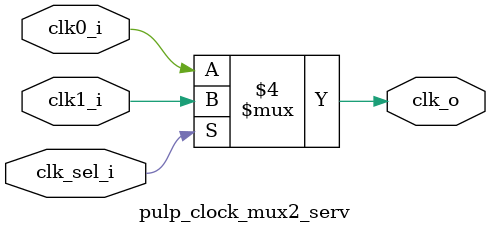
<source format=sv>

module pulp_clock_mux2_serv
(
    input  logic clk0_i,
    input  logic clk1_i,
    input  logic clk_sel_i,
    output logic clk_o
  );

  always_comb
  begin
    if (clk_sel_i == 1'b0)
      clk_o = clk0_i;
    else
      clk_o = clk1_i;
  end

endmodule

</source>
